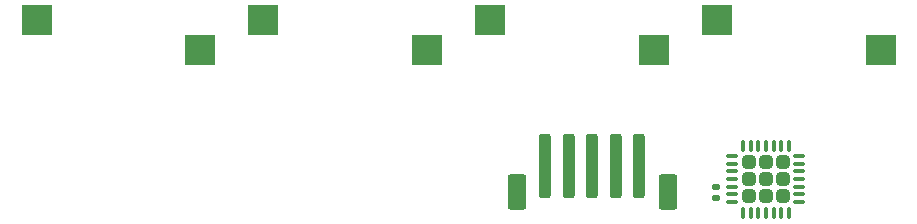
<source format=gtp>
G04 #@! TF.GenerationSoftware,KiCad,Pcbnew,6.0.11-2627ca5db0~126~ubuntu22.04.1*
G04 #@! TF.CreationDate,2024-05-05T17:07:35-04:00*
G04 #@! TF.ProjectId,io-board,696f2d62-6f61-4726-942e-6b696361645f,rev?*
G04 #@! TF.SameCoordinates,Original*
G04 #@! TF.FileFunction,Paste,Top*
G04 #@! TF.FilePolarity,Positive*
%FSLAX46Y46*%
G04 Gerber Fmt 4.6, Leading zero omitted, Abs format (unit mm)*
G04 Created by KiCad (PCBNEW 6.0.11-2627ca5db0~126~ubuntu22.04.1) date 2024-05-05 17:07:35*
%MOMM*%
%LPD*%
G01*
G04 APERTURE LIST*
G04 Aperture macros list*
%AMRoundRect*
0 Rectangle with rounded corners*
0 $1 Rounding radius*
0 $2 $3 $4 $5 $6 $7 $8 $9 X,Y pos of 4 corners*
0 Add a 4 corners polygon primitive as box body*
4,1,4,$2,$3,$4,$5,$6,$7,$8,$9,$2,$3,0*
0 Add four circle primitives for the rounded corners*
1,1,$1+$1,$2,$3*
1,1,$1+$1,$4,$5*
1,1,$1+$1,$6,$7*
1,1,$1+$1,$8,$9*
0 Add four rect primitives between the rounded corners*
20,1,$1+$1,$2,$3,$4,$5,0*
20,1,$1+$1,$4,$5,$6,$7,0*
20,1,$1+$1,$6,$7,$8,$9,0*
20,1,$1+$1,$8,$9,$2,$3,0*%
G04 Aperture macros list end*
%ADD10RoundRect,0.140000X-0.170000X0.140000X-0.170000X-0.140000X0.170000X-0.140000X0.170000X0.140000X0*%
%ADD11RoundRect,0.250000X0.250000X2.500000X-0.250000X2.500000X-0.250000X-2.500000X0.250000X-2.500000X0*%
%ADD12RoundRect,0.250000X0.550000X1.250000X-0.550000X1.250000X-0.550000X-1.250000X0.550000X-1.250000X0*%
%ADD13RoundRect,0.250000X-0.320000X-0.320000X0.320000X-0.320000X0.320000X0.320000X-0.320000X0.320000X0*%
%ADD14RoundRect,0.075000X-0.437500X-0.075000X0.437500X-0.075000X0.437500X0.075000X-0.437500X0.075000X0*%
%ADD15RoundRect,0.075000X-0.075000X-0.437500X0.075000X-0.437500X0.075000X0.437500X-0.075000X0.437500X0*%
%ADD16R,2.550000X2.500000*%
G04 APERTURE END LIST*
D10*
X164250000Y-95270000D03*
X164250000Y-96230000D03*
D11*
X157750000Y-93500000D03*
X155750000Y-93500000D03*
X153750000Y-93500000D03*
X151750000Y-93500000D03*
X149750000Y-93500000D03*
D12*
X160150000Y-95750000D03*
X147350000Y-95750000D03*
D13*
X168452598Y-96050000D03*
X168452598Y-93210000D03*
X168452598Y-94630000D03*
X167032598Y-94630000D03*
X167032598Y-93210000D03*
X169872598Y-93210000D03*
X169872598Y-96050000D03*
X169872598Y-94630000D03*
X167032598Y-96050000D03*
D14*
X165615098Y-92680000D03*
X165615098Y-93330000D03*
X165615098Y-93980000D03*
X165615098Y-94630000D03*
X165615098Y-95280000D03*
X165615098Y-95930000D03*
X165615098Y-96580000D03*
D15*
X166502598Y-97467500D03*
X167152598Y-97467500D03*
X167802598Y-97467500D03*
X168452598Y-97467500D03*
X169102598Y-97467500D03*
X169752598Y-97467500D03*
X170402598Y-97467500D03*
D14*
X171290098Y-96580000D03*
X171290098Y-95930000D03*
X171290098Y-95280000D03*
X171290098Y-94630000D03*
X171290098Y-93980000D03*
X171290098Y-93330000D03*
X171290098Y-92680000D03*
D15*
X170402598Y-91792500D03*
X169752598Y-91792500D03*
X169102598Y-91792500D03*
X168452598Y-91792500D03*
X167802598Y-91792500D03*
X167152598Y-91792500D03*
X166502598Y-91792500D03*
D16*
X145112598Y-81130000D03*
X158962598Y-83670000D03*
X125912598Y-81130000D03*
X139762598Y-83670000D03*
X164322598Y-81130000D03*
X178172598Y-83670000D03*
X106732598Y-81129999D03*
X120582598Y-83669999D03*
M02*

</source>
